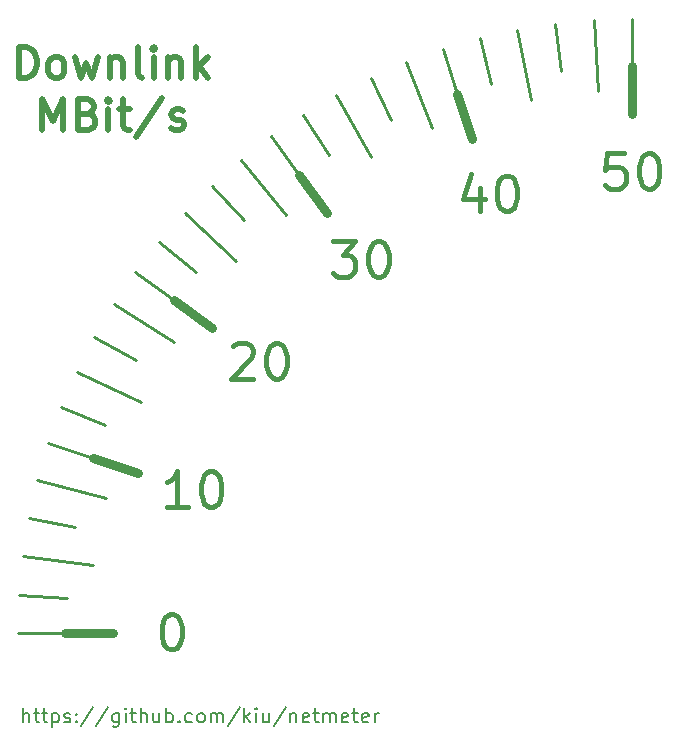
<source format=gbr>
G04 #@! TF.GenerationSoftware,KiCad,Pcbnew,(5.1.6)-1*
G04 #@! TF.CreationDate,2020-09-05T20:26:24+02:00*
G04 #@! TF.ProjectId,netmeter_panel_downlink,6e65746d-6574-4657-925f-70616e656c5f,rev?*
G04 #@! TF.SameCoordinates,Original*
G04 #@! TF.FileFunction,Legend,Top*
G04 #@! TF.FilePolarity,Positive*
%FSLAX46Y46*%
G04 Gerber Fmt 4.6, Leading zero omitted, Abs format (unit mm)*
G04 Created by KiCad (PCBNEW (5.1.6)-1) date 2020-09-05 20:26:24*
%MOMM*%
%LPD*%
G01*
G04 APERTURE LIST*
%ADD10C,0.500000*%
%ADD11C,0.200000*%
%ADD12C,0.250000*%
%ADD13C,0.750000*%
%ADD14C,0.400000*%
G04 APERTURE END LIST*
D10*
X103076190Y-79976190D02*
X103076190Y-77376190D01*
X103695238Y-77376190D01*
X104066666Y-77500000D01*
X104314285Y-77747619D01*
X104438095Y-77995238D01*
X104561904Y-78490476D01*
X104561904Y-78861904D01*
X104438095Y-79357142D01*
X104314285Y-79604761D01*
X104066666Y-79852380D01*
X103695238Y-79976190D01*
X103076190Y-79976190D01*
X106047619Y-79976190D02*
X105800000Y-79852380D01*
X105676190Y-79728571D01*
X105552380Y-79480952D01*
X105552380Y-78738095D01*
X105676190Y-78490476D01*
X105800000Y-78366666D01*
X106047619Y-78242857D01*
X106419047Y-78242857D01*
X106666666Y-78366666D01*
X106790476Y-78490476D01*
X106914285Y-78738095D01*
X106914285Y-79480952D01*
X106790476Y-79728571D01*
X106666666Y-79852380D01*
X106419047Y-79976190D01*
X106047619Y-79976190D01*
X107780952Y-78242857D02*
X108276190Y-79976190D01*
X108771428Y-78738095D01*
X109266666Y-79976190D01*
X109761904Y-78242857D01*
X110752380Y-78242857D02*
X110752380Y-79976190D01*
X110752380Y-78490476D02*
X110876190Y-78366666D01*
X111123809Y-78242857D01*
X111495238Y-78242857D01*
X111742857Y-78366666D01*
X111866666Y-78614285D01*
X111866666Y-79976190D01*
X113476190Y-79976190D02*
X113228571Y-79852380D01*
X113104761Y-79604761D01*
X113104761Y-77376190D01*
X114466666Y-79976190D02*
X114466666Y-78242857D01*
X114466666Y-77376190D02*
X114342857Y-77500000D01*
X114466666Y-77623809D01*
X114590476Y-77500000D01*
X114466666Y-77376190D01*
X114466666Y-77623809D01*
X115704761Y-78242857D02*
X115704761Y-79976190D01*
X115704761Y-78490476D02*
X115828571Y-78366666D01*
X116076190Y-78242857D01*
X116447619Y-78242857D01*
X116695238Y-78366666D01*
X116819047Y-78614285D01*
X116819047Y-79976190D01*
X118057142Y-79976190D02*
X118057142Y-77376190D01*
X118304761Y-78985714D02*
X119047619Y-79976190D01*
X119047619Y-78242857D02*
X118057142Y-79233333D01*
X105057142Y-84376190D02*
X105057142Y-81776190D01*
X105923809Y-83633333D01*
X106790476Y-81776190D01*
X106790476Y-84376190D01*
X108895238Y-83014285D02*
X109266666Y-83138095D01*
X109390476Y-83261904D01*
X109514285Y-83509523D01*
X109514285Y-83880952D01*
X109390476Y-84128571D01*
X109266666Y-84252380D01*
X109019047Y-84376190D01*
X108028571Y-84376190D01*
X108028571Y-81776190D01*
X108895238Y-81776190D01*
X109142857Y-81900000D01*
X109266666Y-82023809D01*
X109390476Y-82271428D01*
X109390476Y-82519047D01*
X109266666Y-82766666D01*
X109142857Y-82890476D01*
X108895238Y-83014285D01*
X108028571Y-83014285D01*
X110628571Y-84376190D02*
X110628571Y-82642857D01*
X110628571Y-81776190D02*
X110504761Y-81900000D01*
X110628571Y-82023809D01*
X110752380Y-81900000D01*
X110628571Y-81776190D01*
X110628571Y-82023809D01*
X111495238Y-82642857D02*
X112485714Y-82642857D01*
X111866666Y-81776190D02*
X111866666Y-84004761D01*
X111990476Y-84252380D01*
X112238095Y-84376190D01*
X112485714Y-84376190D01*
X115209523Y-81652380D02*
X112980952Y-84995238D01*
X115952380Y-84252380D02*
X116200000Y-84376190D01*
X116695238Y-84376190D01*
X116942857Y-84252380D01*
X117066666Y-84004761D01*
X117066666Y-83880952D01*
X116942857Y-83633333D01*
X116695238Y-83509523D01*
X116323809Y-83509523D01*
X116076190Y-83385714D01*
X115952380Y-83138095D01*
X115952380Y-83014285D01*
X116076190Y-82766666D01*
X116323809Y-82642857D01*
X116695238Y-82642857D01*
X116942857Y-82766666D01*
D11*
X103415714Y-134542857D02*
X103415714Y-133342857D01*
X103930000Y-134542857D02*
X103930000Y-133914285D01*
X103872857Y-133800000D01*
X103758571Y-133742857D01*
X103587142Y-133742857D01*
X103472857Y-133800000D01*
X103415714Y-133857142D01*
X104330000Y-133742857D02*
X104787142Y-133742857D01*
X104501428Y-133342857D02*
X104501428Y-134371428D01*
X104558571Y-134485714D01*
X104672857Y-134542857D01*
X104787142Y-134542857D01*
X105015714Y-133742857D02*
X105472857Y-133742857D01*
X105187142Y-133342857D02*
X105187142Y-134371428D01*
X105244285Y-134485714D01*
X105358571Y-134542857D01*
X105472857Y-134542857D01*
X105872857Y-133742857D02*
X105872857Y-134942857D01*
X105872857Y-133800000D02*
X105987142Y-133742857D01*
X106215714Y-133742857D01*
X106330000Y-133800000D01*
X106387142Y-133857142D01*
X106444285Y-133971428D01*
X106444285Y-134314285D01*
X106387142Y-134428571D01*
X106330000Y-134485714D01*
X106215714Y-134542857D01*
X105987142Y-134542857D01*
X105872857Y-134485714D01*
X106901428Y-134485714D02*
X107015714Y-134542857D01*
X107244285Y-134542857D01*
X107358571Y-134485714D01*
X107415714Y-134371428D01*
X107415714Y-134314285D01*
X107358571Y-134200000D01*
X107244285Y-134142857D01*
X107072857Y-134142857D01*
X106958571Y-134085714D01*
X106901428Y-133971428D01*
X106901428Y-133914285D01*
X106958571Y-133800000D01*
X107072857Y-133742857D01*
X107244285Y-133742857D01*
X107358571Y-133800000D01*
X107930000Y-134428571D02*
X107987142Y-134485714D01*
X107930000Y-134542857D01*
X107872857Y-134485714D01*
X107930000Y-134428571D01*
X107930000Y-134542857D01*
X107930000Y-133800000D02*
X107987142Y-133857142D01*
X107930000Y-133914285D01*
X107872857Y-133857142D01*
X107930000Y-133800000D01*
X107930000Y-133914285D01*
X109358571Y-133285714D02*
X108330000Y-134828571D01*
X110615714Y-133285714D02*
X109587142Y-134828571D01*
X111530000Y-133742857D02*
X111530000Y-134714285D01*
X111472857Y-134828571D01*
X111415714Y-134885714D01*
X111301428Y-134942857D01*
X111130000Y-134942857D01*
X111015714Y-134885714D01*
X111530000Y-134485714D02*
X111415714Y-134542857D01*
X111187142Y-134542857D01*
X111072857Y-134485714D01*
X111015714Y-134428571D01*
X110958571Y-134314285D01*
X110958571Y-133971428D01*
X111015714Y-133857142D01*
X111072857Y-133800000D01*
X111187142Y-133742857D01*
X111415714Y-133742857D01*
X111530000Y-133800000D01*
X112101428Y-134542857D02*
X112101428Y-133742857D01*
X112101428Y-133342857D02*
X112044285Y-133400000D01*
X112101428Y-133457142D01*
X112158571Y-133400000D01*
X112101428Y-133342857D01*
X112101428Y-133457142D01*
X112501428Y-133742857D02*
X112958571Y-133742857D01*
X112672857Y-133342857D02*
X112672857Y-134371428D01*
X112730000Y-134485714D01*
X112844285Y-134542857D01*
X112958571Y-134542857D01*
X113358571Y-134542857D02*
X113358571Y-133342857D01*
X113872857Y-134542857D02*
X113872857Y-133914285D01*
X113815714Y-133800000D01*
X113701428Y-133742857D01*
X113530000Y-133742857D01*
X113415714Y-133800000D01*
X113358571Y-133857142D01*
X114958571Y-133742857D02*
X114958571Y-134542857D01*
X114444285Y-133742857D02*
X114444285Y-134371428D01*
X114501428Y-134485714D01*
X114615714Y-134542857D01*
X114787142Y-134542857D01*
X114901428Y-134485714D01*
X114958571Y-134428571D01*
X115530000Y-134542857D02*
X115530000Y-133342857D01*
X115530000Y-133800000D02*
X115644285Y-133742857D01*
X115872857Y-133742857D01*
X115987142Y-133800000D01*
X116044285Y-133857142D01*
X116101428Y-133971428D01*
X116101428Y-134314285D01*
X116044285Y-134428571D01*
X115987142Y-134485714D01*
X115872857Y-134542857D01*
X115644285Y-134542857D01*
X115530000Y-134485714D01*
X116615714Y-134428571D02*
X116672857Y-134485714D01*
X116615714Y-134542857D01*
X116558571Y-134485714D01*
X116615714Y-134428571D01*
X116615714Y-134542857D01*
X117701428Y-134485714D02*
X117587142Y-134542857D01*
X117358571Y-134542857D01*
X117244285Y-134485714D01*
X117187142Y-134428571D01*
X117130000Y-134314285D01*
X117130000Y-133971428D01*
X117187142Y-133857142D01*
X117244285Y-133800000D01*
X117358571Y-133742857D01*
X117587142Y-133742857D01*
X117701428Y-133800000D01*
X118387142Y-134542857D02*
X118272857Y-134485714D01*
X118215714Y-134428571D01*
X118158571Y-134314285D01*
X118158571Y-133971428D01*
X118215714Y-133857142D01*
X118272857Y-133800000D01*
X118387142Y-133742857D01*
X118558571Y-133742857D01*
X118672857Y-133800000D01*
X118730000Y-133857142D01*
X118787142Y-133971428D01*
X118787142Y-134314285D01*
X118730000Y-134428571D01*
X118672857Y-134485714D01*
X118558571Y-134542857D01*
X118387142Y-134542857D01*
X119301428Y-134542857D02*
X119301428Y-133742857D01*
X119301428Y-133857142D02*
X119358571Y-133800000D01*
X119472857Y-133742857D01*
X119644285Y-133742857D01*
X119758571Y-133800000D01*
X119815714Y-133914285D01*
X119815714Y-134542857D01*
X119815714Y-133914285D02*
X119872857Y-133800000D01*
X119987142Y-133742857D01*
X120158571Y-133742857D01*
X120272857Y-133800000D01*
X120330000Y-133914285D01*
X120330000Y-134542857D01*
X121758571Y-133285714D02*
X120730000Y-134828571D01*
X122158571Y-134542857D02*
X122158571Y-133342857D01*
X122272857Y-134085714D02*
X122615714Y-134542857D01*
X122615714Y-133742857D02*
X122158571Y-134200000D01*
X123130000Y-134542857D02*
X123130000Y-133742857D01*
X123130000Y-133342857D02*
X123072857Y-133400000D01*
X123130000Y-133457142D01*
X123187142Y-133400000D01*
X123130000Y-133342857D01*
X123130000Y-133457142D01*
X124215714Y-133742857D02*
X124215714Y-134542857D01*
X123701428Y-133742857D02*
X123701428Y-134371428D01*
X123758571Y-134485714D01*
X123872857Y-134542857D01*
X124044285Y-134542857D01*
X124158571Y-134485714D01*
X124215714Y-134428571D01*
X125644285Y-133285714D02*
X124615714Y-134828571D01*
X126044285Y-133742857D02*
X126044285Y-134542857D01*
X126044285Y-133857142D02*
X126101428Y-133800000D01*
X126215714Y-133742857D01*
X126387142Y-133742857D01*
X126501428Y-133800000D01*
X126558571Y-133914285D01*
X126558571Y-134542857D01*
X127587142Y-134485714D02*
X127472857Y-134542857D01*
X127244285Y-134542857D01*
X127130000Y-134485714D01*
X127072857Y-134371428D01*
X127072857Y-133914285D01*
X127130000Y-133800000D01*
X127244285Y-133742857D01*
X127472857Y-133742857D01*
X127587142Y-133800000D01*
X127644285Y-133914285D01*
X127644285Y-134028571D01*
X127072857Y-134142857D01*
X127987142Y-133742857D02*
X128444285Y-133742857D01*
X128158571Y-133342857D02*
X128158571Y-134371428D01*
X128215714Y-134485714D01*
X128330000Y-134542857D01*
X128444285Y-134542857D01*
X128844285Y-134542857D02*
X128844285Y-133742857D01*
X128844285Y-133857142D02*
X128901428Y-133800000D01*
X129015714Y-133742857D01*
X129187142Y-133742857D01*
X129301428Y-133800000D01*
X129358571Y-133914285D01*
X129358571Y-134542857D01*
X129358571Y-133914285D02*
X129415714Y-133800000D01*
X129530000Y-133742857D01*
X129701428Y-133742857D01*
X129815714Y-133800000D01*
X129872857Y-133914285D01*
X129872857Y-134542857D01*
X130901428Y-134485714D02*
X130787142Y-134542857D01*
X130558571Y-134542857D01*
X130444285Y-134485714D01*
X130387142Y-134371428D01*
X130387142Y-133914285D01*
X130444285Y-133800000D01*
X130558571Y-133742857D01*
X130787142Y-133742857D01*
X130901428Y-133800000D01*
X130958571Y-133914285D01*
X130958571Y-134028571D01*
X130387142Y-134142857D01*
X131301428Y-133742857D02*
X131758571Y-133742857D01*
X131472857Y-133342857D02*
X131472857Y-134371428D01*
X131530000Y-134485714D01*
X131644285Y-134542857D01*
X131758571Y-134542857D01*
X132615714Y-134485714D02*
X132501428Y-134542857D01*
X132272857Y-134542857D01*
X132158571Y-134485714D01*
X132101428Y-134371428D01*
X132101428Y-133914285D01*
X132158571Y-133800000D01*
X132272857Y-133742857D01*
X132501428Y-133742857D01*
X132615714Y-133800000D01*
X132672857Y-133914285D01*
X132672857Y-134028571D01*
X132101428Y-134142857D01*
X133187142Y-134542857D02*
X133187142Y-133742857D01*
X133187142Y-133971428D02*
X133244285Y-133857142D01*
X133301428Y-133800000D01*
X133415714Y-133742857D01*
X133530000Y-133742857D01*
D12*
X103000000Y-127000000D02*
X107000000Y-127000000D01*
D13*
X107000000Y-127000000D02*
X111000000Y-127000000D01*
D14*
X115857142Y-125357142D02*
X116142857Y-125357142D01*
X116428571Y-125500000D01*
X116571428Y-125642857D01*
X116714285Y-125928571D01*
X116857142Y-126500000D01*
X116857142Y-127214285D01*
X116714285Y-127785714D01*
X116571428Y-128071428D01*
X116428571Y-128214285D01*
X116142857Y-128357142D01*
X115857142Y-128357142D01*
X115571428Y-128214285D01*
X115428571Y-128071428D01*
X115285714Y-127785714D01*
X115142857Y-127214285D01*
X115142857Y-126500000D01*
X115285714Y-125928571D01*
X115428571Y-125642857D01*
X115571428Y-125500000D01*
X115857142Y-125357142D01*
D12*
X103102610Y-123734893D02*
X107094717Y-123986055D01*
X103410036Y-120482672D02*
X109362724Y-121234671D01*
X103921063Y-117256172D02*
X107850212Y-118005697D01*
X104633676Y-114068126D02*
X110445175Y-115560265D01*
X105545061Y-110931116D02*
X109349287Y-112167184D01*
D13*
X109349287Y-112167184D02*
X113153513Y-113403252D01*
D14*
X117337367Y-116305479D02*
X115623081Y-116305479D01*
X116480224Y-116305479D02*
X116480224Y-113305479D01*
X116194510Y-113734051D01*
X115908796Y-114019765D01*
X115623081Y-114162622D01*
X119194510Y-113305479D02*
X119480224Y-113305479D01*
X119765938Y-113448337D01*
X119908796Y-113591194D01*
X120051653Y-113876908D01*
X120194510Y-114448337D01*
X120194510Y-115162622D01*
X120051653Y-115734051D01*
X119908796Y-116019765D01*
X119765938Y-116162622D01*
X119480224Y-116305479D01*
X119194510Y-116305479D01*
X118908796Y-116162622D01*
X118765938Y-116019765D01*
X118623081Y-115734051D01*
X118480224Y-115162622D01*
X118480224Y-114448337D01*
X118623081Y-113876908D01*
X118765938Y-113591194D01*
X118908796Y-113448337D01*
X119194510Y-113305479D01*
D12*
X106651623Y-107857523D02*
X110370729Y-109330021D01*
X107948993Y-104859477D02*
X113377956Y-107414153D01*
X109432053Y-101948809D02*
X112937279Y-103875824D01*
X111094948Y-99137007D02*
X116160915Y-102351967D01*
X112931116Y-96435167D02*
X116167184Y-98786308D01*
D13*
X116167184Y-98786308D02*
X119403252Y-101137449D01*
D14*
X121162622Y-102719232D02*
X121305479Y-102576375D01*
X121591194Y-102433517D01*
X122305479Y-102433517D01*
X122591194Y-102576375D01*
X122734051Y-102719232D01*
X122876908Y-103004946D01*
X122876908Y-103290660D01*
X122734051Y-103719232D01*
X121019765Y-105433517D01*
X122876908Y-105433517D01*
X124734051Y-102433517D02*
X125019765Y-102433517D01*
X125305479Y-102576375D01*
X125448337Y-102719232D01*
X125591194Y-103004946D01*
X125734051Y-103576375D01*
X125734051Y-104290660D01*
X125591194Y-104862089D01*
X125448337Y-105147803D01*
X125305479Y-105290660D01*
X125019765Y-105433517D01*
X124734051Y-105433517D01*
X124448337Y-105290660D01*
X124305479Y-105147803D01*
X124162622Y-104862089D01*
X124019765Y-104290660D01*
X124019765Y-103576375D01*
X124162622Y-103004946D01*
X124305479Y-102719232D01*
X124448337Y-102576375D01*
X124734051Y-102433517D01*
D12*
X114933311Y-93853953D02*
X118015364Y-96403648D01*
X117093631Y-91403550D02*
X121467443Y-95510833D01*
X119403550Y-89093631D02*
X122141739Y-92009506D01*
X121853953Y-86933311D02*
X125678496Y-91556391D01*
X124435167Y-84931116D02*
X126786308Y-88167184D01*
D13*
X126786308Y-88167184D02*
X129137449Y-91403252D01*
D14*
X129647803Y-93805479D02*
X131504946Y-93805479D01*
X130504946Y-94948337D01*
X130933517Y-94948337D01*
X131219232Y-95091194D01*
X131362089Y-95234051D01*
X131504946Y-95519765D01*
X131504946Y-96234051D01*
X131362089Y-96519765D01*
X131219232Y-96662622D01*
X130933517Y-96805479D01*
X130076375Y-96805479D01*
X129790660Y-96662622D01*
X129647803Y-96519765D01*
X133362089Y-93805479D02*
X133647803Y-93805479D01*
X133933517Y-93948337D01*
X134076375Y-94091194D01*
X134219232Y-94376908D01*
X134362089Y-94948337D01*
X134362089Y-95662622D01*
X134219232Y-96234051D01*
X134076375Y-96519765D01*
X133933517Y-96662622D01*
X133647803Y-96805479D01*
X133362089Y-96805479D01*
X133076375Y-96662622D01*
X132933517Y-96519765D01*
X132790660Y-96234051D01*
X132647803Y-95662622D01*
X132647803Y-94948337D01*
X132790660Y-94376908D01*
X132933517Y-94091194D01*
X133076375Y-93948337D01*
X133362089Y-93805479D01*
D12*
X127137007Y-83094948D02*
X129280314Y-86472260D01*
X129948809Y-81432053D02*
X132839331Y-86689893D01*
X132859477Y-79948993D02*
X134562594Y-83568301D01*
X135857523Y-78651623D02*
X138066271Y-84230282D01*
X138931116Y-77545061D02*
X140167184Y-81349287D01*
D13*
X140167184Y-81349287D02*
X141403252Y-85153513D01*
D14*
X142091194Y-89265938D02*
X142091194Y-91265938D01*
X141376908Y-88123081D02*
X140662622Y-90265938D01*
X142519765Y-90265938D01*
X144234051Y-88265938D02*
X144519765Y-88265938D01*
X144805479Y-88408796D01*
X144948337Y-88551653D01*
X145091194Y-88837367D01*
X145234051Y-89408796D01*
X145234051Y-90123081D01*
X145091194Y-90694510D01*
X144948337Y-90980224D01*
X144805479Y-91123081D01*
X144519765Y-91265938D01*
X144234051Y-91265938D01*
X143948337Y-91123081D01*
X143805479Y-90980224D01*
X143662622Y-90694510D01*
X143519765Y-90123081D01*
X143519765Y-89408796D01*
X143662622Y-88837367D01*
X143805479Y-88551653D01*
X143948337Y-88408796D01*
X144234051Y-88265938D01*
D12*
X142068126Y-76633676D02*
X143062885Y-80508008D01*
X145256172Y-75921063D02*
X146380460Y-81814786D01*
X148482672Y-75410036D02*
X148984005Y-79378494D01*
X151734893Y-75102610D02*
X152111636Y-81090770D01*
X155000000Y-75000000D02*
X155000000Y-79000000D01*
D13*
X155000000Y-79000000D02*
X155000000Y-83000000D01*
D14*
X154285714Y-86357142D02*
X152857142Y-86357142D01*
X152714285Y-87785714D01*
X152857142Y-87642857D01*
X153142857Y-87500000D01*
X153857142Y-87500000D01*
X154142857Y-87642857D01*
X154285714Y-87785714D01*
X154428571Y-88071428D01*
X154428571Y-88785714D01*
X154285714Y-89071428D01*
X154142857Y-89214285D01*
X153857142Y-89357142D01*
X153142857Y-89357142D01*
X152857142Y-89214285D01*
X152714285Y-89071428D01*
X156285714Y-86357142D02*
X156571428Y-86357142D01*
X156857142Y-86500000D01*
X157000000Y-86642857D01*
X157142857Y-86928571D01*
X157285714Y-87500000D01*
X157285714Y-88214285D01*
X157142857Y-88785714D01*
X157000000Y-89071428D01*
X156857142Y-89214285D01*
X156571428Y-89357142D01*
X156285714Y-89357142D01*
X156000000Y-89214285D01*
X155857142Y-89071428D01*
X155714285Y-88785714D01*
X155571428Y-88214285D01*
X155571428Y-87500000D01*
X155714285Y-86928571D01*
X155857142Y-86642857D01*
X156000000Y-86500000D01*
X156285714Y-86357142D01*
M02*

</source>
